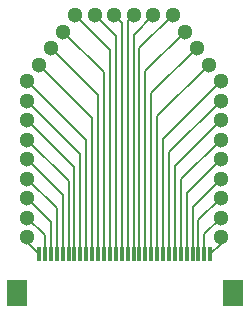
<source format=gbr>
G04 EAGLE Gerber RS-274X export*
G75*
%MOMM*%
%FSLAX34Y34*%
%LPD*%
%INTop Copper*%
%IPPOS*%
%AMOC8*
5,1,8,0,0,1.08239X$1,22.5*%
G01*
%ADD10C,1.300000*%
%ADD11R,0.300000X1.300000*%
%ADD12R,1.800000X2.200000*%
%ADD13C,0.203200*%


D10*
X10160Y119380D03*
X20320Y265430D03*
X30480Y279400D03*
X40640Y293370D03*
X50800Y307340D03*
X67310Y307340D03*
X83820Y307340D03*
X100330Y307340D03*
X116840Y307340D03*
X133350Y307340D03*
X143510Y293370D03*
X10160Y135890D03*
X153670Y279400D03*
X163830Y265430D03*
X173990Y251460D03*
X173990Y234950D03*
X173990Y218440D03*
X10160Y152400D03*
X10160Y168910D03*
X10160Y185420D03*
X10160Y201930D03*
X10160Y218440D03*
X10160Y234950D03*
X10160Y251460D03*
D11*
X20210Y104890D03*
X25210Y104890D03*
X30210Y104890D03*
X35210Y104890D03*
X40210Y104890D03*
X45210Y104890D03*
X50210Y104890D03*
X55210Y104890D03*
X60210Y104890D03*
X65210Y104890D03*
X70210Y104890D03*
X75210Y104890D03*
X80210Y104890D03*
X85210Y104890D03*
X90210Y104890D03*
X95210Y104890D03*
X100210Y104890D03*
X105210Y104890D03*
X110210Y104890D03*
X115210Y104890D03*
X120210Y104890D03*
X125210Y104890D03*
X130210Y104890D03*
X135210Y104890D03*
X140210Y104890D03*
X145210Y104890D03*
X150210Y104890D03*
X155210Y104890D03*
X160210Y104890D03*
X165210Y104890D03*
D12*
X184210Y72390D03*
X1210Y72390D03*
D10*
X173990Y201930D03*
X173990Y185420D03*
X173990Y168910D03*
X173990Y152400D03*
X173990Y135890D03*
X173990Y119380D03*
D13*
X10160Y119380D02*
X10160Y114940D01*
X20210Y104890D01*
X25210Y120840D02*
X10160Y135890D01*
X25210Y120840D02*
X25210Y104890D01*
X30210Y132350D02*
X10160Y152400D01*
X30210Y132350D02*
X30210Y104890D01*
X35210Y143860D02*
X10160Y168910D01*
X35210Y143860D02*
X35210Y104890D01*
X40210Y155370D02*
X10160Y185420D01*
X40210Y155370D02*
X40210Y104890D01*
X45210Y166880D02*
X10160Y201930D01*
X45210Y166880D02*
X45210Y104890D01*
X50210Y178390D02*
X10160Y218440D01*
X50210Y178390D02*
X50210Y104890D01*
X55210Y189900D02*
X10160Y234950D01*
X55210Y189900D02*
X55210Y104890D01*
X60210Y201410D02*
X10160Y251460D01*
X60210Y201410D02*
X60210Y104890D01*
X65210Y220540D02*
X20320Y265430D01*
X65210Y220540D02*
X65210Y104890D01*
X70210Y239670D02*
X30480Y279400D01*
X70210Y239670D02*
X70210Y104890D01*
X75210Y258800D02*
X40640Y293370D01*
X75210Y258800D02*
X75210Y104890D01*
X80210Y277930D02*
X50800Y307340D01*
X80210Y277930D02*
X80210Y104890D01*
X85210Y289440D02*
X67310Y307340D01*
X85210Y289440D02*
X85210Y104890D01*
X90210Y300950D02*
X83820Y307340D01*
X90210Y300950D02*
X90210Y104890D01*
X95210Y302220D02*
X100330Y307340D01*
X95210Y302220D02*
X95210Y104890D01*
X100210Y290710D02*
X116840Y307340D01*
X100210Y290710D02*
X100210Y104890D01*
X105210Y279200D02*
X133350Y307340D01*
X105210Y279200D02*
X105210Y104890D01*
X110210Y260070D02*
X143510Y293370D01*
X110210Y260070D02*
X110210Y104890D01*
X115210Y240940D02*
X153670Y279400D01*
X115210Y240940D02*
X115210Y104890D01*
X120210Y221810D02*
X163830Y265430D01*
X120210Y221810D02*
X120210Y104890D01*
X125210Y202680D02*
X173990Y251460D01*
X125210Y202680D02*
X125210Y104890D01*
X130210Y191170D02*
X173990Y234950D01*
X130210Y191170D02*
X130210Y104890D01*
X135210Y179660D02*
X173990Y218440D01*
X135210Y179660D02*
X135210Y104890D01*
X140210Y168150D02*
X173990Y201930D01*
X140210Y168150D02*
X140210Y104890D01*
X145210Y156640D02*
X173990Y185420D01*
X145210Y156640D02*
X145210Y104890D01*
X150210Y145130D02*
X173990Y168910D01*
X150210Y145130D02*
X150210Y104890D01*
X155210Y133620D02*
X173990Y152400D01*
X155210Y133620D02*
X155210Y104890D01*
X160210Y122110D02*
X173990Y135890D01*
X160210Y122110D02*
X160210Y104890D01*
X173990Y113670D02*
X173990Y119380D01*
X173990Y113670D02*
X165210Y104890D01*
M02*

</source>
